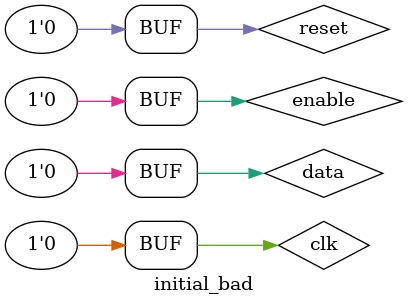
<source format=v>
module initial_bad();
reg clk,reset;
wire enable,data;

initial begin
 clk = 0;
 reset = 0;
 enable = 0;
 data = 0;
end

endmodule

</source>
